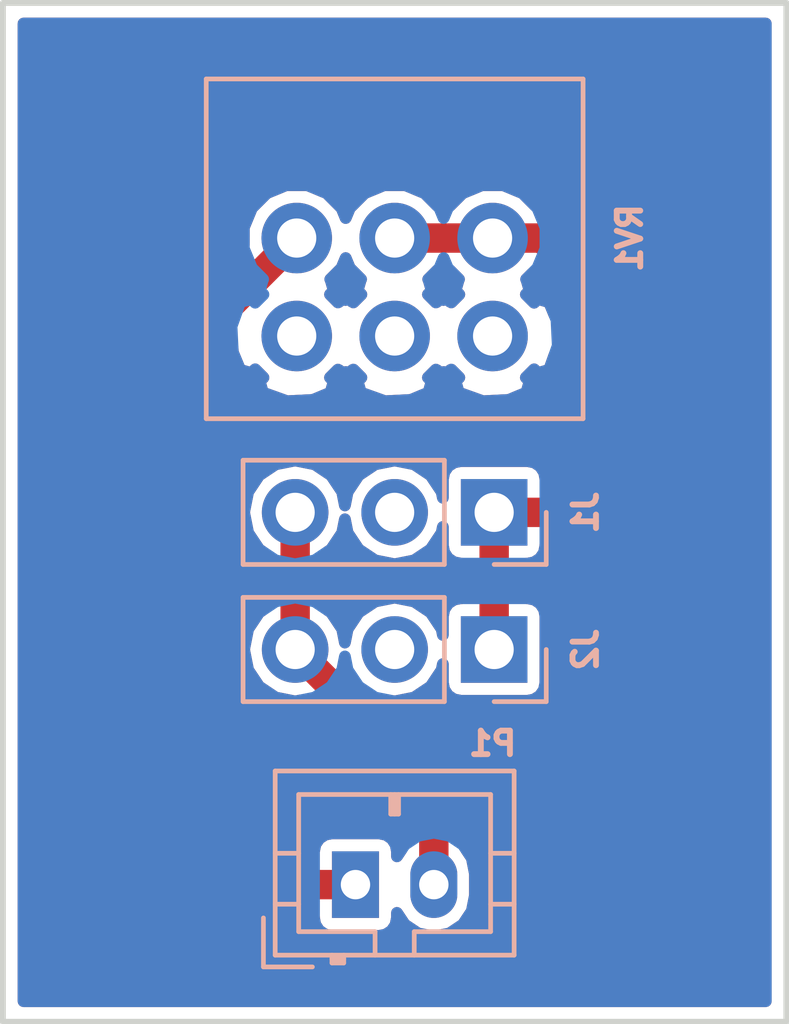
<source format=kicad_pcb>
(kicad_pcb (version 4) (host pcbnew 4.0.4-1.fc24-product)

  (general
    (links 6)
    (no_connects 0)
    (area 137.924999 75.174999 158.075001 102.075001)
    (thickness 1.6)
    (drawings 8)
    (tracks 14)
    (zones 0)
    (modules 4)
    (nets 6)
  )

  (page A4)
  (layers
    (0 F.Cu signal)
    (31 B.Cu signal)
    (32 B.Adhes user)
    (33 F.Adhes user)
    (34 B.Paste user)
    (35 F.Paste user)
    (36 B.SilkS user)
    (37 F.SilkS user)
    (38 B.Mask user)
    (39 F.Mask user)
    (40 Dwgs.User user)
    (41 Cmts.User user)
    (42 Eco1.User user)
    (43 Eco2.User user)
    (44 Edge.Cuts user)
    (45 Margin user)
    (46 B.CrtYd user)
    (47 F.CrtYd user)
    (48 B.Fab user)
    (49 F.Fab user)
  )

  (setup
    (last_trace_width 0.75)
    (trace_clearance 0.3)
    (zone_clearance 0.3)
    (zone_45_only no)
    (trace_min 0.2)
    (segment_width 0.2)
    (edge_width 0.15)
    (via_size 0.6)
    (via_drill 0.4)
    (via_min_size 0.4)
    (via_min_drill 0.3)
    (uvia_size 0.3)
    (uvia_drill 0.1)
    (uvias_allowed no)
    (uvia_min_size 0.2)
    (uvia_min_drill 0.1)
    (pcb_text_width 0.3)
    (pcb_text_size 1.5 1.5)
    (mod_edge_width 0.15)
    (mod_text_size 0.6 0.6)
    (mod_text_width 0.15)
    (pad_size 1.524 1.524)
    (pad_drill 0.762)
    (pad_to_mask_clearance 0.2)
    (aux_axis_origin 0 0)
    (visible_elements 7FFFFFFF)
    (pcbplotparams
      (layerselection 0x010fc_80000001)
      (usegerberextensions true)
      (excludeedgelayer true)
      (linewidth 0.100000)
      (plotframeref false)
      (viasonmask false)
      (mode 1)
      (useauxorigin false)
      (hpglpennumber 1)
      (hpglpenspeed 20)
      (hpglpendiameter 15)
      (hpglpenoverlay 2)
      (psnegative false)
      (psa4output false)
      (plotreference true)
      (plotvalue true)
      (plotinvisibletext false)
      (padsonsilk false)
      (subtractmaskfromsilk false)
      (outputformat 1)
      (mirror false)
      (drillshape 0)
      (scaleselection 1)
      (outputdirectory ../../GERBER/F0_VOL/))
  )

  (net 0 "")
  (net 1 /VOL_1)
  (net 2 /VOL_3)
  (net 3 "Net-(J1-Pad1)")
  (net 4 "Net-(J1-Pad2)")
  (net 5 "Net-(J2-Pad2)")

  (net_class Default "This is the default net class."
    (clearance 0.3)
    (trace_width 0.75)
    (via_dia 0.6)
    (via_drill 0.4)
    (uvia_dia 0.3)
    (uvia_drill 0.1)
    (add_net /VOL_1)
    (add_net /VOL_3)
    (add_net "Net-(J1-Pad1)")
    (add_net "Net-(J1-Pad2)")
    (add_net "Net-(J2-Pad2)")
  )

  (module Connectors_JST:JST_PH_B2B-PH-K_02x2.00mm_Straight (layer B.Cu) (tedit 5A7A5910) (tstamp 5A7A595E)
    (at 147 98.5)
    (descr "JST PH series connector, B2B-PH-K, top entry type, through hole, Datasheet: http://www.jst-mfg.com/product/pdf/eng/ePH.pdf")
    (tags "connector jst ph")
    (path /5A7A6251)
    (fp_text reference P1 (at 3.5 -3.6) (layer B.SilkS)
      (effects (font (size 0.6 0.6) (thickness 0.15)) (justify mirror))
    )
    (fp_text value CONN_01X02 (at 1 -3.8) (layer B.Fab) hide
      (effects (font (size 0.6 0.6) (thickness 0.15)) (justify mirror))
    )
    (fp_line (start -2.05 1.8) (end -2.05 -2.9) (layer B.SilkS) (width 0.12))
    (fp_line (start -2.05 -2.9) (end 4.05 -2.9) (layer B.SilkS) (width 0.12))
    (fp_line (start 4.05 -2.9) (end 4.05 1.8) (layer B.SilkS) (width 0.12))
    (fp_line (start 4.05 1.8) (end -2.05 1.8) (layer B.SilkS) (width 0.12))
    (fp_line (start 0.5 1.8) (end 0.5 1.2) (layer B.SilkS) (width 0.12))
    (fp_line (start 0.5 1.2) (end -1.45 1.2) (layer B.SilkS) (width 0.12))
    (fp_line (start -1.45 1.2) (end -1.45 -2.3) (layer B.SilkS) (width 0.12))
    (fp_line (start -1.45 -2.3) (end 3.45 -2.3) (layer B.SilkS) (width 0.12))
    (fp_line (start 3.45 -2.3) (end 3.45 1.2) (layer B.SilkS) (width 0.12))
    (fp_line (start 3.45 1.2) (end 1.5 1.2) (layer B.SilkS) (width 0.12))
    (fp_line (start 1.5 1.2) (end 1.5 1.8) (layer B.SilkS) (width 0.12))
    (fp_line (start -2.05 0.5) (end -1.45 0.5) (layer B.SilkS) (width 0.12))
    (fp_line (start -2.05 -0.8) (end -1.45 -0.8) (layer B.SilkS) (width 0.12))
    (fp_line (start 4.05 0.5) (end 3.45 0.5) (layer B.SilkS) (width 0.12))
    (fp_line (start 4.05 -0.8) (end 3.45 -0.8) (layer B.SilkS) (width 0.12))
    (fp_line (start -0.3 1.8) (end -0.3 2) (layer B.SilkS) (width 0.12))
    (fp_line (start -0.3 2) (end -0.6 2) (layer B.SilkS) (width 0.12))
    (fp_line (start -0.6 2) (end -0.6 1.8) (layer B.SilkS) (width 0.12))
    (fp_line (start -0.3 1.9) (end -0.6 1.9) (layer B.SilkS) (width 0.12))
    (fp_line (start 0.9 -2.3) (end 0.9 -1.8) (layer B.SilkS) (width 0.12))
    (fp_line (start 0.9 -1.8) (end 1.1 -1.8) (layer B.SilkS) (width 0.12))
    (fp_line (start 1.1 -1.8) (end 1.1 -2.3) (layer B.SilkS) (width 0.12))
    (fp_line (start 1 -2.3) (end 1 -1.8) (layer B.SilkS) (width 0.12))
    (fp_line (start -1.1 2.1) (end -2.35 2.1) (layer B.SilkS) (width 0.12))
    (fp_line (start -2.35 2.1) (end -2.35 0.85) (layer B.SilkS) (width 0.12))
    (fp_line (start -1.1 2.1) (end -2.35 2.1) (layer B.Fab) (width 0.1))
    (fp_line (start -2.35 2.1) (end -2.35 0.85) (layer B.Fab) (width 0.1))
    (fp_line (start -1.95 1.7) (end -1.95 -2.8) (layer B.Fab) (width 0.1))
    (fp_line (start -1.95 -2.8) (end 3.95 -2.8) (layer B.Fab) (width 0.1))
    (fp_line (start 3.95 -2.8) (end 3.95 1.7) (layer B.Fab) (width 0.1))
    (fp_line (start 3.95 1.7) (end -1.95 1.7) (layer B.Fab) (width 0.1))
    (fp_line (start -2.45 2.2) (end -2.45 -3.3) (layer B.CrtYd) (width 0.05))
    (fp_line (start -2.45 -3.3) (end 4.45 -3.3) (layer B.CrtYd) (width 0.05))
    (fp_line (start 4.45 -3.3) (end 4.45 2.2) (layer B.CrtYd) (width 0.05))
    (fp_line (start 4.45 2.2) (end -2.45 2.2) (layer B.CrtYd) (width 0.05))
    (fp_text user %R (at 1 -1.5) (layer B.Fab) hide
      (effects (font (size 0.6 0.6) (thickness 0.15)) (justify mirror))
    )
    (pad 1 thru_hole rect (at 0 0) (size 1.2 1.7) (drill 0.75) (layers *.Cu *.Mask)
      (net 1 /VOL_1))
    (pad 2 thru_hole oval (at 2 0) (size 1.2 1.7) (drill 0.75) (layers *.Cu *.Mask)
      (net 2 /VOL_3))
    (model ${KISYS3DMOD}/Connectors_JST.3dshapes/JST_PH_B2B-PH-K_02x2.00mm_Straight.wrl
      (at (xyz 0 0 0))
      (scale (xyz 1 1 1))
      (rotate (xyz 0 0 0))
    )
  )

  (module Pin_Headers:Pin_Header_Straight_1x03_Pitch2.54mm (layer B.Cu) (tedit 5A7FCCBB) (tstamp 5A7FCCB7)
    (at 150.54 89 90)
    (descr "Through hole straight pin header, 1x03, 2.54mm pitch, single row")
    (tags "Through hole pin header THT 1x03 2.54mm single row")
    (path /5A7FCBFC)
    (fp_text reference J1 (at 0 2.33 90) (layer B.SilkS)
      (effects (font (size 0.6 0.6) (thickness 0.15)) (justify mirror))
    )
    (fp_text value Conn_01x03_Female (at 0 -7.41 90) (layer B.Fab) hide
      (effects (font (size 0.6 0.6) (thickness 0.15)) (justify mirror))
    )
    (fp_line (start -0.635 1.27) (end 1.27 1.27) (layer B.Fab) (width 0.1))
    (fp_line (start 1.27 1.27) (end 1.27 -6.35) (layer B.Fab) (width 0.1))
    (fp_line (start 1.27 -6.35) (end -1.27 -6.35) (layer B.Fab) (width 0.1))
    (fp_line (start -1.27 -6.35) (end -1.27 0.635) (layer B.Fab) (width 0.1))
    (fp_line (start -1.27 0.635) (end -0.635 1.27) (layer B.Fab) (width 0.1))
    (fp_line (start -1.33 -6.41) (end 1.33 -6.41) (layer B.SilkS) (width 0.12))
    (fp_line (start -1.33 -1.27) (end -1.33 -6.41) (layer B.SilkS) (width 0.12))
    (fp_line (start 1.33 -1.27) (end 1.33 -6.41) (layer B.SilkS) (width 0.12))
    (fp_line (start -1.33 -1.27) (end 1.33 -1.27) (layer B.SilkS) (width 0.12))
    (fp_line (start -1.33 0) (end -1.33 1.33) (layer B.SilkS) (width 0.12))
    (fp_line (start -1.33 1.33) (end 0 1.33) (layer B.SilkS) (width 0.12))
    (fp_line (start -1.8 1.8) (end -1.8 -6.85) (layer B.CrtYd) (width 0.05))
    (fp_line (start -1.8 -6.85) (end 1.8 -6.85) (layer B.CrtYd) (width 0.05))
    (fp_line (start 1.8 -6.85) (end 1.8 1.8) (layer B.CrtYd) (width 0.05))
    (fp_line (start 1.8 1.8) (end -1.8 1.8) (layer B.CrtYd) (width 0.05))
    (fp_text user %R (at 0 -2.54 360) (layer B.Fab)
      (effects (font (size 1 1) (thickness 0.15)) (justify mirror))
    )
    (pad 1 thru_hole rect (at 0 0 90) (size 1.7 1.7) (drill 1) (layers *.Cu *.Mask)
      (net 3 "Net-(J1-Pad1)"))
    (pad 2 thru_hole oval (at 0 -2.54 90) (size 1.7 1.7) (drill 1) (layers *.Cu *.Mask)
      (net 4 "Net-(J1-Pad2)"))
    (pad 3 thru_hole oval (at 0 -5.08 90) (size 1.7 1.7) (drill 1) (layers *.Cu *.Mask)
      (net 2 /VOL_3))
    (model ${KISYS3DMOD}/Pin_Headers.3dshapes/Pin_Header_Straight_1x03_Pitch2.54mm.wrl
      (at (xyz 0 0 0))
      (scale (xyz 1 1 1))
      (rotate (xyz 0 0 0))
    )
  )

  (module Pin_Headers:Pin_Header_Straight_1x03_Pitch2.54mm (layer B.Cu) (tedit 5A7FCCBF) (tstamp 5A7FCCBE)
    (at 150.54 92.5 90)
    (descr "Through hole straight pin header, 1x03, 2.54mm pitch, single row")
    (tags "Through hole pin header THT 1x03 2.54mm single row")
    (path /5A7FCBD4)
    (fp_text reference J2 (at 0 2.33 90) (layer B.SilkS)
      (effects (font (size 0.6 0.6) (thickness 0.15)) (justify mirror))
    )
    (fp_text value Conn_01x03_Female (at 0 -7.41 90) (layer B.Fab) hide
      (effects (font (size 0.6 0.6) (thickness 0.15)) (justify mirror))
    )
    (fp_line (start -0.635 1.27) (end 1.27 1.27) (layer B.Fab) (width 0.1))
    (fp_line (start 1.27 1.27) (end 1.27 -6.35) (layer B.Fab) (width 0.1))
    (fp_line (start 1.27 -6.35) (end -1.27 -6.35) (layer B.Fab) (width 0.1))
    (fp_line (start -1.27 -6.35) (end -1.27 0.635) (layer B.Fab) (width 0.1))
    (fp_line (start -1.27 0.635) (end -0.635 1.27) (layer B.Fab) (width 0.1))
    (fp_line (start -1.33 -6.41) (end 1.33 -6.41) (layer B.SilkS) (width 0.12))
    (fp_line (start -1.33 -1.27) (end -1.33 -6.41) (layer B.SilkS) (width 0.12))
    (fp_line (start 1.33 -1.27) (end 1.33 -6.41) (layer B.SilkS) (width 0.12))
    (fp_line (start -1.33 -1.27) (end 1.33 -1.27) (layer B.SilkS) (width 0.12))
    (fp_line (start -1.33 0) (end -1.33 1.33) (layer B.SilkS) (width 0.12))
    (fp_line (start -1.33 1.33) (end 0 1.33) (layer B.SilkS) (width 0.12))
    (fp_line (start -1.8 1.8) (end -1.8 -6.85) (layer B.CrtYd) (width 0.05))
    (fp_line (start -1.8 -6.85) (end 1.8 -6.85) (layer B.CrtYd) (width 0.05))
    (fp_line (start 1.8 -6.85) (end 1.8 1.8) (layer B.CrtYd) (width 0.05))
    (fp_line (start 1.8 1.8) (end -1.8 1.8) (layer B.CrtYd) (width 0.05))
    (fp_text user %R (at 0 -2.54 360) (layer B.Fab)
      (effects (font (size 1 1) (thickness 0.15)) (justify mirror))
    )
    (pad 1 thru_hole rect (at 0 0 90) (size 1.7 1.7) (drill 1) (layers *.Cu *.Mask)
      (net 3 "Net-(J1-Pad1)"))
    (pad 2 thru_hole oval (at 0 -2.54 90) (size 1.7 1.7) (drill 1) (layers *.Cu *.Mask)
      (net 5 "Net-(J2-Pad2)"))
    (pad 3 thru_hole oval (at 0 -5.08 90) (size 1.7 1.7) (drill 1) (layers *.Cu *.Mask)
      (net 2 /VOL_3))
    (model ${KISYS3DMOD}/Pin_Headers.3dshapes/Pin_Header_Straight_1x03_Pitch2.54mm.wrl
      (at (xyz 0 0 0))
      (scale (xyz 1 1 1))
      (rotate (xyz 0 0 0))
    )
  )

  (module LIBS:Potentiometer_Alps_RK097_Double_Vertical (layer B.Cu) (tedit 5A8AA2C4) (tstamp 5A8AA344)
    (at 145.5 82 90)
    (descr "Potentiometer, vertically mounted, Omeg PC16PU, Omeg PC16PU, Omeg PC16PU, Vishay/Spectrol 248GJ/249GJ Single, Vishay/Spectrol 248GJ/249GJ Single, Vishay/Spectrol 248GJ/249GJ Single, Vishay/Spectrol 248GH/249GH Single, Vishay/Spectrol 148/149 Single, Vishay/Spectrol 148/149 Single, Vishay/Spectrol 148/149 Single, Vishay/Spectrol 148A/149A Single with mounting plates, Vishay/Spectrol 148/149 Double, Vishay/Spectrol 148A/149A Double with mounting plates, Piher PC-16 Single, Piher PC-16 Single, Piher PC-16 Single, Piher PC-16SV Single, Piher PC-16 Double, Piher PC-16 Triple, Piher T16H Single, Piher T16L Single, Piher T16H Double, Alps RK163 Single, Alps RK163 Double, Alps RK097 Single, Alps RK097 Double, http://www.alps.com/prod/info/E/HTML/Potentiometer/RotaryPotentiometers/RK097/RK09712100AV.html")
    (tags "Potentiometer vertical  Omeg PC16PU  Omeg PC16PU  Omeg PC16PU  Vishay/Spectrol 248GJ/249GJ Single  Vishay/Spectrol 248GJ/249GJ Single  Vishay/Spectrol 248GJ/249GJ Single  Vishay/Spectrol 248GH/249GH Single  Vishay/Spectrol 148/149 Single  Vishay/Spectrol 148/149 Single  Vishay/Spectrol 148/149 Single  Vishay/Spectrol 148A/149A Single with mounting plates  Vishay/Spectrol 148/149 Double  Vishay/Spectrol 148A/149A Double with mounting plates  Piher PC-16 Single  Piher PC-16 Single  Piher PC-16 Single  Piher PC-16SV Single  Piher PC-16 Double  Piher PC-16 Triple  Piher T16H Single  Piher T16L Single  Piher T16H Double  Alps RK163 Single  Alps RK163 Double  Alps RK097 Single  Alps RK097 Double")
    (path /5A6864CE)
    (fp_text reference RV1 (at 0 8.5 90) (layer B.SilkS)
      (effects (font (size 0.6 0.6) (thickness 0.15)) (justify mirror))
    )
    (fp_text value POT (at 0 -3.5 90) (layer B.Fab) hide
      (effects (font (size 0.6 0.6) (thickness 0.15)) (justify mirror))
    )
    (fp_line (start -4.55 7.25) (end -4.55 -2.25) (layer B.Fab) (width 0.1))
    (fp_line (start -4.55 -2.25) (end 4 -2.25) (layer B.Fab) (width 0.1))
    (fp_line (start 4 -2.25) (end 4 7.25) (layer B.Fab) (width 0.1))
    (fp_line (start 4 7.25) (end -4.55 7.25) (layer B.Fab) (width 0.1))
    (fp_line (start -4.61 7.31) (end 4.06 7.31) (layer B.SilkS) (width 0.12))
    (fp_line (start -4.61 -2.31) (end 4.06 -2.31) (layer B.SilkS) (width 0.12))
    (fp_line (start -4.61 7.31) (end -4.61 -2.31) (layer B.SilkS) (width 0.12))
    (fp_line (start 4.06 7.31) (end 4.06 -2.31) (layer B.SilkS) (width 0.12))
    (fp_line (start -4.85 7.5) (end -4.85 -2.5) (layer B.CrtYd) (width 0.05))
    (fp_line (start -4.85 -2.5) (end 4.5 -2.5) (layer B.CrtYd) (width 0.05))
    (fp_line (start 4.5 -2.5) (end 4.5 7.5) (layer B.CrtYd) (width 0.05))
    (fp_line (start 4.5 7.5) (end -4.85 7.5) (layer B.CrtYd) (width 0.05))
    (pad 3 thru_hole circle (at 0 5 90) (size 1.8 1.8) (drill 1) (layers *.Cu *.Mask)
      (net 3 "Net-(J1-Pad1)"))
    (pad 2 thru_hole circle (at 0 2.5 90) (size 1.8 1.8) (drill 1) (layers *.Cu *.Mask)
      (net 3 "Net-(J1-Pad1)"))
    (pad 1 thru_hole circle (at 0 0 90) (size 1.8 1.8) (drill 1) (layers *.Cu *.Mask)
      (net 1 /VOL_1))
    (pad 6 thru_hole circle (at -2.5 5 90) (size 1.8 1.8) (drill 1) (layers *.Cu *.Mask))
    (pad 5 thru_hole circle (at -2.5 2.5 90) (size 1.8 1.8) (drill 1) (layers *.Cu *.Mask))
    (pad 4 thru_hole circle (at -2.5 0 90) (size 1.8 1.8) (drill 1) (layers *.Cu *.Mask))
    (model Potentiometers.3dshapes/Potentiometer_Alps_RK097_Double_Vertical.wrl
      (at (xyz 0 0 0))
      (scale (xyz 0.393701 0.393701 0.393701))
      (rotate (xyz 0 0 0))
    )
  )

  (gr_line (start 157.7 101.7) (end 157.7 76.3) (layer Margin) (width 0.2))
  (gr_line (start 138.3 101.7) (end 157.7 101.7) (layer Margin) (width 0.2))
  (gr_line (start 138.3 76.3) (end 138.3 101.7) (layer Margin) (width 0.2))
  (gr_line (start 157.7 76.3) (end 138.3 76.3) (layer Margin) (width 0.2))
  (gr_line (start 158 102) (end 158 76) (layer Edge.Cuts) (width 0.15))
  (gr_line (start 138 102) (end 158 102) (layer Edge.Cuts) (width 0.15))
  (gr_line (start 138 76) (end 138 102) (layer Edge.Cuts) (width 0.15))
  (gr_line (start 158 76) (end 138 76) (layer Edge.Cuts) (width 0.15))

  (segment (start 142.3 95.15) (end 142.3 85.2) (width 0.75) (layer F.Cu) (net 1))
  (segment (start 142.3 85.2) (end 145.5 82) (width 0.75) (layer F.Cu) (net 1))
  (segment (start 147 98.5) (end 145.65 98.5) (width 0.75) (layer F.Cu) (net 1))
  (segment (start 145.65 98.5) (end 142.3 95.15) (width 0.75) (layer F.Cu) (net 1))
  (segment (start 145.46 92.5) (end 149 96.04) (width 0.75) (layer F.Cu) (net 2))
  (segment (start 149 96.04) (end 149 98.5) (width 0.75) (layer F.Cu) (net 2))
  (segment (start 145.46 92.5) (end 145.46 89) (width 0.75) (layer F.Cu) (net 2))
  (segment (start 150.5 82) (end 148 82) (width 0.75) (layer F.Cu) (net 3))
  (segment (start 150.5 82) (end 151.772792 82) (width 0.75) (layer F.Cu) (net 3))
  (segment (start 151.772792 82) (end 152.9 83.127208) (width 0.75) (layer F.Cu) (net 3))
  (segment (start 152.9 83.127208) (end 152.9 88.24) (width 0.75) (layer F.Cu) (net 3))
  (segment (start 152.9 88.24) (end 152.14 89) (width 0.75) (layer F.Cu) (net 3))
  (segment (start 152.14 89) (end 150.54 89) (width 0.75) (layer F.Cu) (net 3))
  (segment (start 150.54 92.5) (end 150.54 89) (width 0.75) (layer F.Cu) (net 3))

  (zone (net 0) (net_name "") (layer B.Cu) (tstamp 0) (hatch edge 0.508)
    (connect_pads (clearance 0.3))
    (min_thickness 0.3)
    (fill yes (arc_segments 16) (thermal_gap 0.6) (thermal_bridge_width 0.6))
    (polygon
      (pts
        (xy 157.7 76.3) (xy 138.3 76.3) (xy 138.3 101.7) (xy 157.7 101.7)
      )
    )
    (filled_polygon
      (pts
        (xy 157.475 101.475) (xy 138.525 101.475) (xy 138.525 97.65) (xy 145.941184 97.65) (xy 145.941184 99.35)
        (xy 145.972562 99.51676) (xy 146.071117 99.669919) (xy 146.221495 99.772668) (xy 146.4 99.808816) (xy 147.6 99.808816)
        (xy 147.76676 99.777438) (xy 147.919919 99.678883) (xy 148.022668 99.528505) (xy 148.058816 99.35) (xy 148.058816 99.220524)
        (xy 148.257538 99.517931) (xy 148.598182 99.745543) (xy 149 99.825469) (xy 149.401818 99.745543) (xy 149.742462 99.517931)
        (xy 149.970074 99.177287) (xy 150.05 98.775469) (xy 150.05 98.224531) (xy 149.970074 97.822713) (xy 149.742462 97.482069)
        (xy 149.401818 97.254457) (xy 149 97.174531) (xy 148.598182 97.254457) (xy 148.257538 97.482069) (xy 148.058816 97.779476)
        (xy 148.058816 97.65) (xy 148.027438 97.48324) (xy 147.928883 97.330081) (xy 147.778505 97.227332) (xy 147.6 97.191184)
        (xy 146.4 97.191184) (xy 146.23324 97.222562) (xy 146.080081 97.321117) (xy 145.977332 97.471495) (xy 145.941184 97.65)
        (xy 138.525 97.65) (xy 138.525 92.474531) (xy 144.16 92.474531) (xy 144.16 92.525469) (xy 144.258957 93.022957)
        (xy 144.540761 93.444708) (xy 144.962512 93.726512) (xy 145.46 93.825469) (xy 145.957488 93.726512) (xy 146.379239 93.444708)
        (xy 146.661043 93.022957) (xy 146.73 92.676288) (xy 146.798957 93.022957) (xy 147.080761 93.444708) (xy 147.502512 93.726512)
        (xy 148 93.825469) (xy 148.497488 93.726512) (xy 148.919239 93.444708) (xy 149.201043 93.022957) (xy 149.231184 92.871429)
        (xy 149.231184 93.35) (xy 149.262562 93.51676) (xy 149.361117 93.669919) (xy 149.511495 93.772668) (xy 149.69 93.808816)
        (xy 151.39 93.808816) (xy 151.55676 93.777438) (xy 151.709919 93.678883) (xy 151.812668 93.528505) (xy 151.848816 93.35)
        (xy 151.848816 91.65) (xy 151.817438 91.48324) (xy 151.718883 91.330081) (xy 151.568505 91.227332) (xy 151.39 91.191184)
        (xy 149.69 91.191184) (xy 149.52324 91.222562) (xy 149.370081 91.321117) (xy 149.267332 91.471495) (xy 149.231184 91.65)
        (xy 149.231184 92.128571) (xy 149.201043 91.977043) (xy 148.919239 91.555292) (xy 148.497488 91.273488) (xy 148 91.174531)
        (xy 147.502512 91.273488) (xy 147.080761 91.555292) (xy 146.798957 91.977043) (xy 146.73 92.323712) (xy 146.661043 91.977043)
        (xy 146.379239 91.555292) (xy 145.957488 91.273488) (xy 145.46 91.174531) (xy 144.962512 91.273488) (xy 144.540761 91.555292)
        (xy 144.258957 91.977043) (xy 144.16 92.474531) (xy 138.525 92.474531) (xy 138.525 88.974531) (xy 144.16 88.974531)
        (xy 144.16 89.025469) (xy 144.258957 89.522957) (xy 144.540761 89.944708) (xy 144.962512 90.226512) (xy 145.46 90.325469)
        (xy 145.957488 90.226512) (xy 146.379239 89.944708) (xy 146.661043 89.522957) (xy 146.73 89.176288) (xy 146.798957 89.522957)
        (xy 147.080761 89.944708) (xy 147.502512 90.226512) (xy 148 90.325469) (xy 148.497488 90.226512) (xy 148.919239 89.944708)
        (xy 149.201043 89.522957) (xy 149.231184 89.371429) (xy 149.231184 89.85) (xy 149.262562 90.01676) (xy 149.361117 90.169919)
        (xy 149.511495 90.272668) (xy 149.69 90.308816) (xy 151.39 90.308816) (xy 151.55676 90.277438) (xy 151.709919 90.178883)
        (xy 151.812668 90.028505) (xy 151.848816 89.85) (xy 151.848816 88.15) (xy 151.817438 87.98324) (xy 151.718883 87.830081)
        (xy 151.568505 87.727332) (xy 151.39 87.691184) (xy 149.69 87.691184) (xy 149.52324 87.722562) (xy 149.370081 87.821117)
        (xy 149.267332 87.971495) (xy 149.231184 88.15) (xy 149.231184 88.628571) (xy 149.201043 88.477043) (xy 148.919239 88.055292)
        (xy 148.497488 87.773488) (xy 148 87.674531) (xy 147.502512 87.773488) (xy 147.080761 88.055292) (xy 146.798957 88.477043)
        (xy 146.73 88.823712) (xy 146.661043 88.477043) (xy 146.379239 88.055292) (xy 145.957488 87.773488) (xy 145.46 87.674531)
        (xy 144.962512 87.773488) (xy 144.540761 88.055292) (xy 144.258957 88.477043) (xy 144.16 88.974531) (xy 138.525 88.974531)
        (xy 138.525 84.254689) (xy 143.835657 84.254689) (xy 143.868471 84.910279) (xy 144.056224 85.363554) (xy 144.342268 85.4456)
        (xy 144.439432 85.348436) (xy 144.651379 85.560753) (xy 144.5544 85.657732) (xy 144.636446 85.943776) (xy 145.254689 86.164343)
        (xy 145.910279 86.131529) (xy 146.363554 85.943776) (xy 146.4456 85.657732) (xy 146.348436 85.560568) (xy 146.553173 85.356188)
        (xy 146.556224 85.363554) (xy 146.583513 85.371381) (xy 146.657732 85.4456) (xy 146.75 85.419135) (xy 146.842268 85.4456)
        (xy 146.916487 85.371381) (xy 146.943776 85.363554) (xy 146.946606 85.355623) (xy 147.151379 85.560753) (xy 147.0544 85.657732)
        (xy 147.136446 85.943776) (xy 147.754689 86.164343) (xy 148.410279 86.131529) (xy 148.863554 85.943776) (xy 148.9456 85.657732)
        (xy 148.848436 85.560568) (xy 149.053173 85.356188) (xy 149.056224 85.363554) (xy 149.083513 85.371381) (xy 149.157732 85.4456)
        (xy 149.25 85.419135) (xy 149.342268 85.4456) (xy 149.416487 85.371381) (xy 149.443776 85.363554) (xy 149.446606 85.355623)
        (xy 149.651379 85.560753) (xy 149.5544 85.657732) (xy 149.636446 85.943776) (xy 150.254689 86.164343) (xy 150.910279 86.131529)
        (xy 151.363554 85.943776) (xy 151.4456 85.657732) (xy 151.348436 85.560568) (xy 151.560753 85.348621) (xy 151.657732 85.4456)
        (xy 151.943776 85.363554) (xy 152.164343 84.745311) (xy 152.131529 84.089721) (xy 151.943776 83.636446) (xy 151.657732 83.5544)
        (xy 151.560568 83.651564) (xy 151.348621 83.439247) (xy 151.4456 83.342268) (xy 151.363554 83.056224) (xy 151.355623 83.053394)
        (xy 151.643807 82.765712) (xy 151.849765 82.26971) (xy 151.850234 81.732647) (xy 151.645142 81.236285) (xy 151.265712 80.856193)
        (xy 150.76971 80.650235) (xy 150.232647 80.649766) (xy 149.736285 80.854858) (xy 149.356193 81.234288) (xy 149.249993 81.490045)
        (xy 149.145142 81.236285) (xy 148.765712 80.856193) (xy 148.26971 80.650235) (xy 147.732647 80.649766) (xy 147.236285 80.854858)
        (xy 146.856193 81.234288) (xy 146.749993 81.490045) (xy 146.645142 81.236285) (xy 146.265712 80.856193) (xy 145.76971 80.650235)
        (xy 145.232647 80.649766) (xy 144.736285 80.854858) (xy 144.356193 81.234288) (xy 144.150235 81.73029) (xy 144.149766 82.267353)
        (xy 144.354858 82.763715) (xy 144.643812 83.053173) (xy 144.636446 83.056224) (xy 144.5544 83.342268) (xy 144.651564 83.439432)
        (xy 144.439247 83.651379) (xy 144.342268 83.5544) (xy 144.056224 83.636446) (xy 143.835657 84.254689) (xy 138.525 84.254689)
        (xy 138.525 76.525) (xy 157.475 76.525)
      )
    )
    (filled_polygon
      (pts
        (xy 146.854858 82.763715) (xy 147.143812 83.053173) (xy 147.136446 83.056224) (xy 147.0544 83.342268) (xy 147.151564 83.439432)
        (xy 146.946827 83.643812) (xy 146.943776 83.636446) (xy 146.916487 83.628619) (xy 146.842268 83.5544) (xy 146.75 83.580865)
        (xy 146.657732 83.5544) (xy 146.583513 83.628619) (xy 146.556224 83.636446) (xy 146.553394 83.644377) (xy 146.348621 83.439247)
        (xy 146.4456 83.342268) (xy 146.363554 83.056224) (xy 146.355623 83.053394) (xy 146.643807 82.765712) (xy 146.750007 82.509955)
      )
    )
    (filled_polygon
      (pts
        (xy 149.354858 82.763715) (xy 149.643812 83.053173) (xy 149.636446 83.056224) (xy 149.5544 83.342268) (xy 149.651564 83.439432)
        (xy 149.446827 83.643812) (xy 149.443776 83.636446) (xy 149.416487 83.628619) (xy 149.342268 83.5544) (xy 149.25 83.580865)
        (xy 149.157732 83.5544) (xy 149.083513 83.628619) (xy 149.056224 83.636446) (xy 149.053394 83.644377) (xy 148.848621 83.439247)
        (xy 148.9456 83.342268) (xy 148.863554 83.056224) (xy 148.855623 83.053394) (xy 149.143807 82.765712) (xy 149.250007 82.509955)
      )
    )
  )
  (zone (net 0) (net_name "") (layer F.Cu) (tstamp 0) (hatch edge 0.508)
    (connect_pads (clearance 0.3))
    (min_thickness 0.3)
    (fill yes (arc_segments 16) (thermal_gap 0.6) (thermal_bridge_width 0.6))
    (polygon
      (pts
        (xy 157.7 76.3) (xy 138.3 76.3) (xy 138.3 101.7) (xy 157.7 101.7)
      )
    )
    (filled_polygon
      (pts
        (xy 157.475 101.475) (xy 138.525 101.475) (xy 138.525 85.2) (xy 141.475 85.2) (xy 141.475 95.15)
        (xy 141.537799 95.465714) (xy 141.716637 95.733363) (xy 145.066637 99.083363) (xy 145.334286 99.262201) (xy 145.65 99.325)
        (xy 145.941184 99.325) (xy 145.941184 99.35) (xy 145.972562 99.51676) (xy 146.071117 99.669919) (xy 146.221495 99.772668)
        (xy 146.4 99.808816) (xy 147.6 99.808816) (xy 147.76676 99.777438) (xy 147.919919 99.678883) (xy 148.022668 99.528505)
        (xy 148.058816 99.35) (xy 148.058816 99.220524) (xy 148.257538 99.517931) (xy 148.598182 99.745543) (xy 149 99.825469)
        (xy 149.401818 99.745543) (xy 149.742462 99.517931) (xy 149.970074 99.177287) (xy 150.05 98.775469) (xy 150.05 98.224531)
        (xy 149.970074 97.822713) (xy 149.825 97.605595) (xy 149.825 96.04) (xy 149.762201 95.724286) (xy 149.583363 95.456637)
        (xy 147.940325 93.813599) (xy 148 93.825469) (xy 148.497488 93.726512) (xy 148.919239 93.444708) (xy 149.201043 93.022957)
        (xy 149.231184 92.871429) (xy 149.231184 93.35) (xy 149.262562 93.51676) (xy 149.361117 93.669919) (xy 149.511495 93.772668)
        (xy 149.69 93.808816) (xy 151.39 93.808816) (xy 151.55676 93.777438) (xy 151.709919 93.678883) (xy 151.812668 93.528505)
        (xy 151.848816 93.35) (xy 151.848816 91.65) (xy 151.817438 91.48324) (xy 151.718883 91.330081) (xy 151.568505 91.227332)
        (xy 151.39 91.191184) (xy 151.365 91.191184) (xy 151.365 90.308816) (xy 151.39 90.308816) (xy 151.55676 90.277438)
        (xy 151.709919 90.178883) (xy 151.812668 90.028505) (xy 151.848816 89.85) (xy 151.848816 89.825) (xy 152.14 89.825)
        (xy 152.455714 89.762201) (xy 152.723363 89.583363) (xy 153.483363 88.823363) (xy 153.662201 88.555714) (xy 153.725 88.24)
        (xy 153.725 83.127208) (xy 153.662201 82.811494) (xy 153.483363 82.543845) (xy 152.356155 81.416637) (xy 152.088506 81.237799)
        (xy 151.772792 81.175) (xy 151.583964 81.175) (xy 151.265712 80.856193) (xy 150.76971 80.650235) (xy 150.232647 80.649766)
        (xy 149.736285 80.854858) (xy 149.415584 81.175) (xy 149.083964 81.175) (xy 148.765712 80.856193) (xy 148.26971 80.650235)
        (xy 147.732647 80.649766) (xy 147.236285 80.854858) (xy 146.856193 81.234288) (xy 146.749993 81.490045) (xy 146.645142 81.236285)
        (xy 146.265712 80.856193) (xy 145.76971 80.650235) (xy 145.232647 80.649766) (xy 144.736285 80.854858) (xy 144.356193 81.234288)
        (xy 144.150235 81.73029) (xy 144.149839 82.183435) (xy 141.716637 84.616637) (xy 141.537799 84.884286) (xy 141.475 85.2)
        (xy 138.525 85.2) (xy 138.525 76.525) (xy 157.475 76.525)
      )
    )
    (filled_polygon
      (pts
        (xy 143.868471 84.910279) (xy 144.056224 85.363554) (xy 144.342268 85.4456) (xy 144.439432 85.348436) (xy 144.651379 85.560753)
        (xy 144.5544 85.657732) (xy 144.636446 85.943776) (xy 145.254689 86.164343) (xy 145.910279 86.131529) (xy 146.363554 85.943776)
        (xy 146.4456 85.657732) (xy 146.348436 85.560568) (xy 146.553173 85.356188) (xy 146.556224 85.363554) (xy 146.583513 85.371381)
        (xy 146.657732 85.4456) (xy 146.75 85.419135) (xy 146.842268 85.4456) (xy 146.916487 85.371381) (xy 146.943776 85.363554)
        (xy 146.946606 85.355623) (xy 147.151379 85.560753) (xy 147.0544 85.657732) (xy 147.136446 85.943776) (xy 147.754689 86.164343)
        (xy 148.410279 86.131529) (xy 148.863554 85.943776) (xy 148.9456 85.657732) (xy 148.848436 85.560568) (xy 149.053173 85.356188)
        (xy 149.056224 85.363554) (xy 149.083513 85.371381) (xy 149.157732 85.4456) (xy 149.25 85.419135) (xy 149.342268 85.4456)
        (xy 149.416487 85.371381) (xy 149.443776 85.363554) (xy 149.446606 85.355623) (xy 149.651379 85.560753) (xy 149.5544 85.657732)
        (xy 149.636446 85.943776) (xy 150.254689 86.164343) (xy 150.910279 86.131529) (xy 151.363554 85.943776) (xy 151.4456 85.657732)
        (xy 151.348436 85.560568) (xy 151.560753 85.348621) (xy 151.657732 85.4456) (xy 151.943776 85.363554) (xy 152.075 84.995737)
        (xy 152.075 87.898274) (xy 151.844771 88.128503) (xy 151.817438 87.98324) (xy 151.718883 87.830081) (xy 151.568505 87.727332)
        (xy 151.39 87.691184) (xy 149.69 87.691184) (xy 149.52324 87.722562) (xy 149.370081 87.821117) (xy 149.267332 87.971495)
        (xy 149.231184 88.15) (xy 149.231184 88.628571) (xy 149.201043 88.477043) (xy 148.919239 88.055292) (xy 148.497488 87.773488)
        (xy 148 87.674531) (xy 147.502512 87.773488) (xy 147.080761 88.055292) (xy 146.798957 88.477043) (xy 146.73 88.823712)
        (xy 146.661043 88.477043) (xy 146.379239 88.055292) (xy 145.957488 87.773488) (xy 145.46 87.674531) (xy 144.962512 87.773488)
        (xy 144.540761 88.055292) (xy 144.258957 88.477043) (xy 144.16 88.974531) (xy 144.16 89.025469) (xy 144.258957 89.522957)
        (xy 144.540761 89.944708) (xy 144.635 90.007676) (xy 144.635 91.492324) (xy 144.540761 91.555292) (xy 144.258957 91.977043)
        (xy 144.16 92.474531) (xy 144.16 92.525469) (xy 144.258957 93.022957) (xy 144.540761 93.444708) (xy 144.962512 93.726512)
        (xy 145.46 93.825469) (xy 145.592406 93.799132) (xy 148.175 96.381726) (xy 148.175 97.605595) (xy 148.058816 97.779476)
        (xy 148.058816 97.65) (xy 148.027438 97.48324) (xy 147.928883 97.330081) (xy 147.778505 97.227332) (xy 147.6 97.191184)
        (xy 146.4 97.191184) (xy 146.23324 97.222562) (xy 146.080081 97.321117) (xy 145.977332 97.471495) (xy 145.945485 97.628759)
        (xy 143.125 94.808274) (xy 143.125 85.541726) (xy 143.863131 84.803595)
      )
    )
    (filled_polygon
      (pts
        (xy 146.798957 89.522957) (xy 147.080761 89.944708) (xy 147.502512 90.226512) (xy 148 90.325469) (xy 148.497488 90.226512)
        (xy 148.919239 89.944708) (xy 149.201043 89.522957) (xy 149.231184 89.371429) (xy 149.231184 89.85) (xy 149.262562 90.01676)
        (xy 149.361117 90.169919) (xy 149.511495 90.272668) (xy 149.69 90.308816) (xy 149.715 90.308816) (xy 149.715 91.191184)
        (xy 149.69 91.191184) (xy 149.52324 91.222562) (xy 149.370081 91.321117) (xy 149.267332 91.471495) (xy 149.231184 91.65)
        (xy 149.231184 92.128571) (xy 149.201043 91.977043) (xy 148.919239 91.555292) (xy 148.497488 91.273488) (xy 148 91.174531)
        (xy 147.502512 91.273488) (xy 147.080761 91.555292) (xy 146.798957 91.977043) (xy 146.73 92.323712) (xy 146.661043 91.977043)
        (xy 146.379239 91.555292) (xy 146.285 91.492324) (xy 146.285 90.007676) (xy 146.379239 89.944708) (xy 146.661043 89.522957)
        (xy 146.73 89.176288)
      )
    )
    (filled_polygon
      (pts
        (xy 152.075 83.468934) (xy 152.075 83.953248) (xy 151.943776 83.636446) (xy 151.657732 83.5544) (xy 151.560568 83.651564)
        (xy 151.348621 83.439247) (xy 151.4456 83.342268) (xy 151.363554 83.056224) (xy 151.355623 83.053394) (xy 151.507674 82.901608)
      )
    )
    (filled_polygon
      (pts
        (xy 149.643812 83.053173) (xy 149.636446 83.056224) (xy 149.5544 83.342268) (xy 149.651564 83.439432) (xy 149.446827 83.643812)
        (xy 149.443776 83.636446) (xy 149.416487 83.628619) (xy 149.342268 83.5544) (xy 149.25 83.580865) (xy 149.157732 83.5544)
        (xy 149.083513 83.628619) (xy 149.056224 83.636446) (xy 149.053394 83.644377) (xy 148.848621 83.439247) (xy 148.9456 83.342268)
        (xy 148.863554 83.056224) (xy 148.855623 83.053394) (xy 149.084416 82.825) (xy 149.416036 82.825)
      )
    )
    (filled_polygon
      (pts
        (xy 146.854858 82.763715) (xy 147.143812 83.053173) (xy 147.136446 83.056224) (xy 147.0544 83.342268) (xy 147.151564 83.439432)
        (xy 146.946827 83.643812) (xy 146.943776 83.636446) (xy 146.916487 83.628619) (xy 146.842268 83.5544) (xy 146.75 83.580865)
        (xy 146.657732 83.5544) (xy 146.583513 83.628619) (xy 146.556224 83.636446) (xy 146.553394 83.644377) (xy 146.348621 83.439247)
        (xy 146.4456 83.342268) (xy 146.363554 83.056224) (xy 146.355623 83.053394) (xy 146.643807 82.765712) (xy 146.750007 82.509955)
      )
    )
  )
)

</source>
